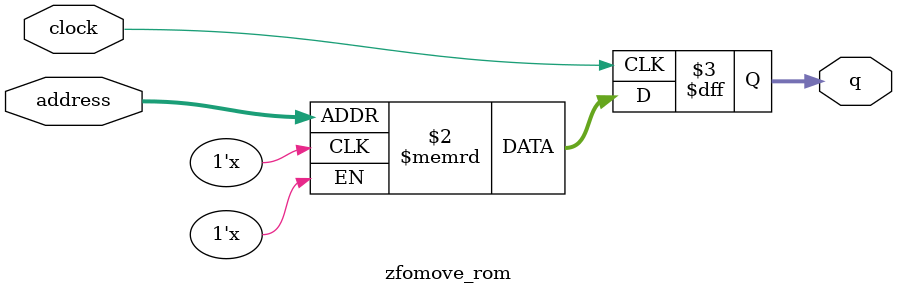
<source format=sv>
module zfomove_rom (
	input logic clock,
	input logic [11:0] address,
	output logic [3:0] q
);

logic [3:0] memory [0:4095] /* synthesis ram_init_file = "./zfomove/zfomove.mif" */;

always_ff @ (posedge clock) begin
	q <= memory[address];
end

endmodule

</source>
